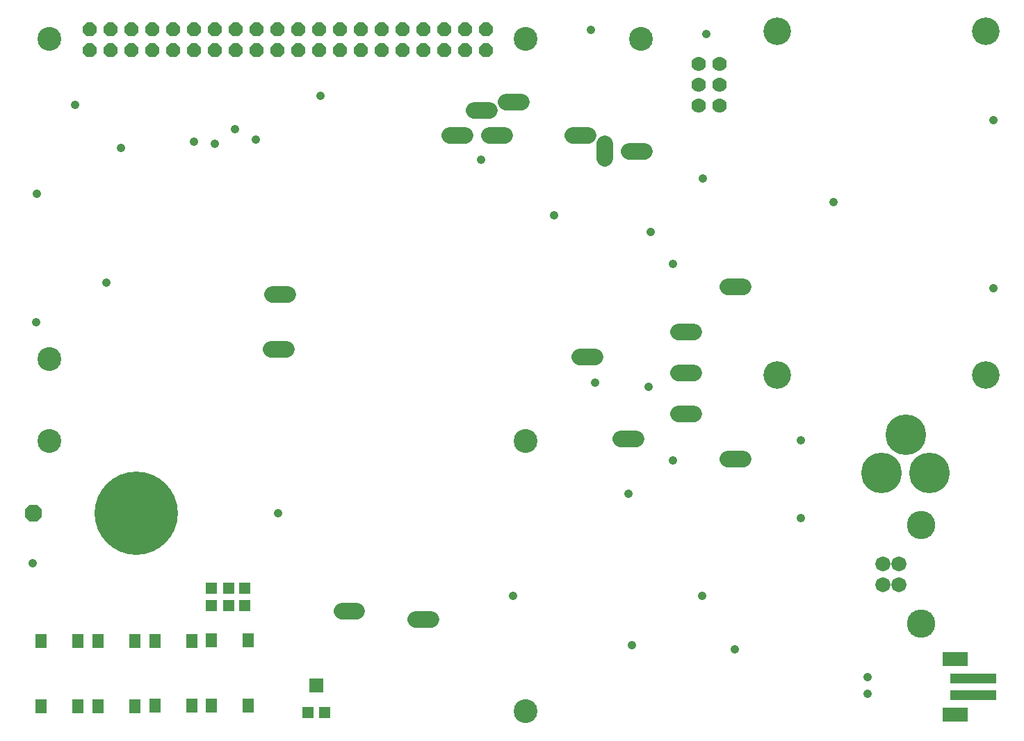
<source format=gts>
G75*
%MOIN*%
%OFA0B0*%
%FSLAX24Y24*%
%IPPOS*%
%LPD*%
%AMOC8*
5,1,8,0,0,1.08239X$1,22.5*
%
%ADD10C,0.1143*%
%ADD11C,0.0788*%
%ADD12C,0.1950*%
%ADD13C,0.0700*%
%ADD14R,0.2225X0.0454*%
%ADD15R,0.1241X0.0690*%
%ADD16R,0.0572X0.0670*%
%ADD17R,0.0532X0.0532*%
%ADD18C,0.0720*%
%ADD19C,0.1360*%
%ADD20C,0.3997*%
%ADD21OC8,0.0820*%
%ADD22C,0.1320*%
%ADD23OC8,0.0660*%
%ADD24R,0.0651X0.0690*%
%ADD25C,0.0414*%
D10*
X001912Y014698D03*
X001912Y018635D03*
X001912Y033989D03*
X024747Y033989D03*
X030259Y033989D03*
X024747Y014698D03*
X024747Y001706D03*
D11*
X020199Y006135D02*
X019471Y006135D01*
X016656Y006528D02*
X015928Y006528D01*
X029314Y014796D02*
X030041Y014796D01*
X032070Y015977D02*
X032797Y015977D01*
X032797Y017946D02*
X032070Y017946D01*
X032070Y019914D02*
X032797Y019914D01*
X034432Y022080D02*
X035159Y022080D01*
X028073Y018733D02*
X027345Y018733D01*
X034432Y013812D02*
X035159Y013812D01*
X028526Y028242D02*
X028526Y028969D01*
X027739Y029363D02*
X027012Y029363D01*
X024530Y030938D02*
X023802Y030938D01*
X023015Y030544D02*
X022287Y030544D01*
X021834Y029363D02*
X021106Y029363D01*
X023015Y029363D02*
X023742Y029363D01*
X029708Y028576D02*
X030435Y028576D01*
X013348Y021725D02*
X012621Y021725D01*
X012542Y019087D02*
X013270Y019087D01*
D12*
X041798Y013143D03*
X042979Y014993D03*
X044121Y013143D03*
D13*
X034056Y030804D03*
X033056Y030804D03*
X033056Y031804D03*
X034056Y031804D03*
X034056Y032804D03*
X033056Y032804D03*
D14*
X046213Y003290D03*
X046213Y002503D03*
D15*
X045328Y001558D03*
X045328Y004235D03*
D16*
X001509Y001952D03*
X003280Y001952D03*
X004245Y001952D03*
X006017Y001952D03*
X006981Y001971D03*
X008753Y001971D03*
X009668Y001981D03*
X011440Y001981D03*
X011440Y005111D03*
X009668Y005111D03*
X008753Y005101D03*
X006981Y005101D03*
X006017Y005082D03*
X004245Y005082D03*
X003280Y005082D03*
X001509Y005082D03*
D17*
X009688Y006804D03*
X010505Y006784D03*
X011263Y006784D03*
X011263Y007611D03*
X010505Y007611D03*
X009688Y007631D03*
X014304Y001656D03*
X015091Y001656D03*
D18*
X041870Y007788D03*
X042650Y007788D03*
X042650Y008773D03*
X041870Y008773D03*
D19*
X043720Y010650D03*
X043720Y005910D03*
D20*
X006086Y011233D03*
D21*
X001154Y011233D03*
D22*
X036814Y017841D03*
X046814Y017841D03*
X046814Y034341D03*
X036814Y034341D03*
D23*
X022828Y034469D03*
X021828Y034469D03*
X020828Y034469D03*
X020828Y033469D03*
X021828Y033469D03*
X022828Y033469D03*
X019828Y033469D03*
X018828Y033469D03*
X017828Y033469D03*
X016828Y033469D03*
X015828Y033469D03*
X014828Y033469D03*
X013828Y033469D03*
X012828Y033469D03*
X011828Y033469D03*
X010828Y033469D03*
X009828Y033469D03*
X008828Y033469D03*
X007828Y033469D03*
X006828Y033469D03*
X005828Y033469D03*
X004828Y033469D03*
X003828Y033469D03*
X003828Y034469D03*
X004828Y034469D03*
X005828Y034469D03*
X006828Y034469D03*
X007828Y034469D03*
X008828Y034469D03*
X009828Y034469D03*
X010828Y034469D03*
X011828Y034469D03*
X012828Y034469D03*
X013828Y034469D03*
X014828Y034469D03*
X015828Y034469D03*
X016828Y034469D03*
X017828Y034469D03*
X018828Y034469D03*
X019828Y034469D03*
D24*
X014698Y002965D03*
D25*
X024147Y007247D03*
X029855Y004885D03*
X033202Y007247D03*
X034776Y004688D03*
X041125Y003339D03*
X041145Y002552D03*
X037926Y010987D03*
X037926Y014727D03*
X031824Y013743D03*
X029658Y012168D03*
X030643Y017286D03*
X028084Y017483D03*
X031824Y023192D03*
X030741Y024717D03*
X033251Y027276D03*
X039501Y026145D03*
X047178Y030082D03*
X047178Y022011D03*
X033399Y034215D03*
X027887Y034412D03*
X022621Y028202D03*
X026115Y025505D03*
X014895Y031263D03*
X011794Y029147D03*
X010810Y029639D03*
X009826Y028950D03*
X008841Y029048D03*
X005347Y028753D03*
X003133Y030820D03*
X001312Y026538D03*
X004629Y022296D03*
X001263Y020387D03*
X012877Y011233D03*
X001115Y008822D03*
M02*

</source>
